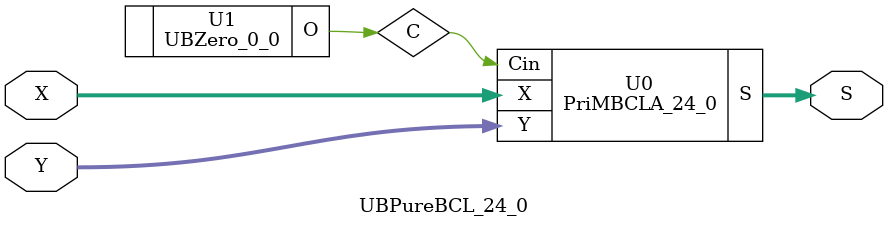
<source format=v>
/*----------------------------------------------------------------------------
  Copyright (c) 2021 Homma laboratory. All rights reserved.

  Top module: UBBCL_24_0_24_0

  Operand-1 length: 25
  Operand-2 length: 25
  Two-operand addition algorithm: Block carry look-ahead adder
----------------------------------------------------------------------------*/

module GPGenerator(Go, Po, A, B);
  output Go;
  output Po;
  input A;
  input B;
  assign Go = A & B;
  assign Po = A ^ B;
endmodule

module BCLAU_4(Go, Po, G, P, Cin);
  output Go;
  output Po;
  input Cin;
  input [3:0] G;
  input [3:0] P;
  assign Po = P[0] & P[1] & P[2] & P[3];
  assign Go = G[3] | ( P[3] & G[2] ) | ( P[3] & P[2] & G[1] ) | ( P[3] & P[2] & P[1] & G[0] );
endmodule

module BCLAlU_4(Go, Po, S, X, Y, Cin);
  output Go;
  output Po;
  output [3:0] S;
  input Cin;
  input [3:0] X;
  input [3:0] Y;
  wire [3:1] C;
  wire [3:0] G;
  wire [3:0] P;
  assign C[1] = G[0] | ( P[0] & Cin );
  assign C[2] = G[1] | ( P[1] & C[1] );
  assign C[3] = G[2] | ( P[2] & C[2] );
  assign S[0] = P[0] ^ Cin;
  assign S[1] = P[1] ^ C[1];
  assign S[2] = P[2] ^ C[2];
  assign S[3] = P[3] ^ C[3];
  GPGenerator U0 (G[0], P[0], X[0], Y[0]);
  GPGenerator U1 (G[1], P[1], X[1], Y[1]);
  GPGenerator U2 (G[2], P[2], X[2], Y[2]);
  GPGenerator U3 (G[3], P[3], X[3], Y[3]);
  BCLAU_4 U4 (Go, Po, G, P, Cin);
endmodule

module BCLAlU_1(Go, Po, S, X, Y, Cin);
  output Go;
  output Po;
  output S;
  input Cin;
  input X;
  input Y;
  wire W;
  assign S = W ^ Cin;
  assign Po = W;
  GPGenerator U0 (Go, W, X, Y);
endmodule

module BCLAU_3(Go, Po, G, P, Cin);
  output Go;
  output Po;
  input Cin;
  input [2:0] G;
  input [2:0] P;
  assign Po = P[0] & P[1] & P[2];
  assign Go = G[2] | ( P[2] & G[1] ) | ( P[2] & P[1] & G[0] );
endmodule

module PriMBCLA_24_0(S, X, Y, Cin);
  output [25:0] S;
  input Cin;
  input [24:0] X;
  input [24:0] Y;
  wire [6:0] C1;
  wire [1:0] C2;
  wire [6:0] G1;
  wire [1:0] G2;
  wire [6:0] P1;
  wire [1:0] P2;
  assign C1[0] = C2[0];
  assign C1[1] = G1[0] | ( P1[0] & C1[0] );
  assign C1[2] = G1[1] | ( P1[1] & C1[1] );
  assign C1[3] = G1[2] | ( P1[2] & C1[2] );
  assign C1[4] = C2[1];
  assign C1[5] = G1[4] | ( P1[4] & C1[4] );
  assign C1[6] = G1[5] | ( P1[5] & C1[5] );
  assign C2[0] = Cin;
  assign C2[1] = G2[0] | ( P2[0] & C2[0] );
  assign S[25] = G2[1] | ( P2[1] & C2[1] );
  BCLAlU_4 U0 (G1[0], P1[0], S[3:0], X[3:0], Y[3:0], C1[0]);
  BCLAlU_4 U1 (G1[1], P1[1], S[7:4], X[7:4], Y[7:4], C1[1]);
  BCLAlU_4 U2 (G1[2], P1[2], S[11:8], X[11:8], Y[11:8], C1[2]);
  BCLAlU_4 U3 (G1[3], P1[3], S[15:12], X[15:12], Y[15:12], C1[3]);
  BCLAlU_4 U4 (G1[4], P1[4], S[19:16], X[19:16], Y[19:16], C1[4]);
  BCLAlU_4 U5 (G1[5], P1[5], S[23:20], X[23:20], Y[23:20], C1[5]);
  BCLAlU_1 U6 (G1[6], P1[6], S[24], X[24], Y[24], C1[6]);
  BCLAU_4 U7 (G2[0], P2[0], G1[3:0], P1[3:0], C2[0]);
  BCLAU_3 U8 (G2[1], P2[1], G1[6:4], P1[6:4], C2[1]);
endmodule

module UBZero_0_0(O);
  output [0:0] O;
  assign O[0] = 0;
endmodule

module UBBCL_24_0_24_0 (S, X, Y);
  output [25:0] S;
  input [24:0] X;
  input [24:0] Y;
  UBPureBCL_24_0 U0 (S[25:0], X[24:0], Y[24:0]);
endmodule

module UBPureBCL_24_0 (S, X, Y);
  output [25:0] S;
  input [24:0] X;
  input [24:0] Y;
  wire C;
  PriMBCLA_24_0 U0 (S, X, Y, C);
  UBZero_0_0 U1 (C);
endmodule


</source>
